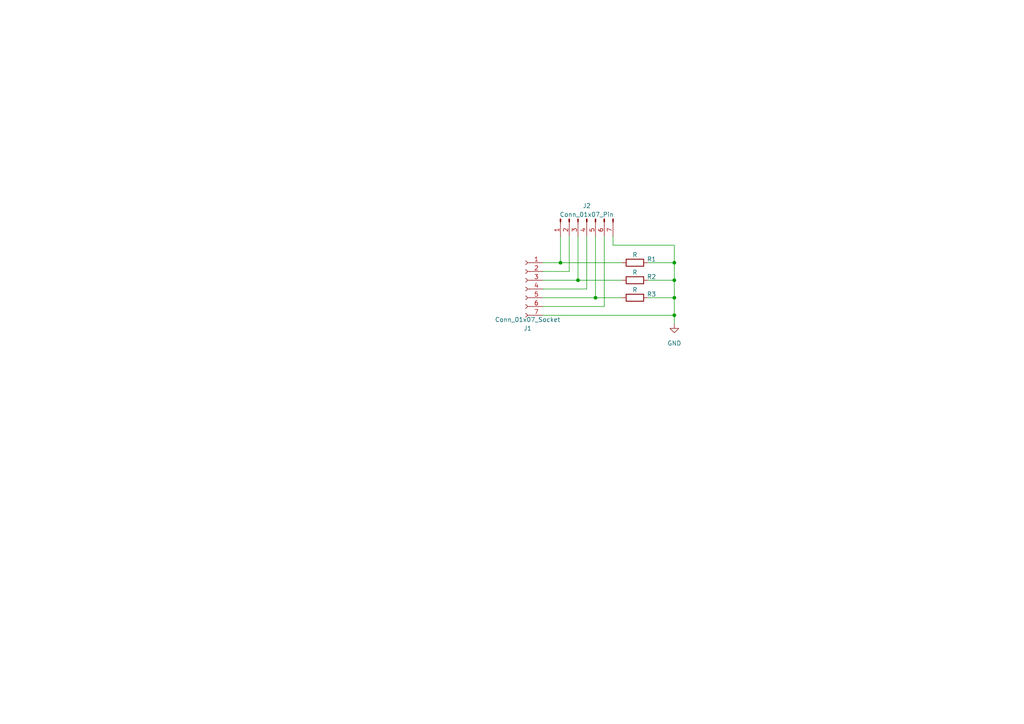
<source format=kicad_sch>
(kicad_sch (version 20231120) (generator "eeschema") (generator_version "8.0")
  (paper "A4")
  (lib_symbols
    (symbol "Connector:Conn_01x07_Pin" (pin_names (offset 1.016) hide)
      (property "Reference" "J" (at 0 10.16 0))
      (property "Value" "Conn_01x07_Pin" (at 0 -10.16 0))
      (symbol "Conn_01x07_Pin_1_1"
        (polyline (pts (xy 1.27 -7.62) (xy 0.8636 -7.62)) (stroke (width 0.1524)))
        (polyline (pts (xy 1.27 -5.08) (xy 0.8636 -5.08)) (stroke (width 0.1524)))
        (polyline (pts (xy 1.27 -2.54) (xy 0.8636 -2.54)) (stroke (width 0.1524)))
        (polyline (pts (xy 1.27 0) (xy 0.8636 0)) (stroke (width 0.1524)))
        (polyline (pts (xy 1.27 2.54) (xy 0.8636 2.54)) (stroke (width 0.1524)))
        (polyline (pts (xy 1.27 5.08) (xy 0.8636 5.08)) (stroke (width 0.1524)))
        (polyline (pts (xy 1.27 7.62) (xy 0.8636 7.62)) (stroke (width 0.1524)))
        (rectangle (start 0.8636 -7.493) (end 0 -7.747) (stroke (width 0.1524)) (fill (type outline)))
        (rectangle (start 0.8636 -4.953) (end 0 -5.207) (stroke (width 0.1524)) (fill (type outline)))
        (rectangle (start 0.8636 -2.413) (end 0 -2.667) (stroke (width 0.1524)) (fill (type outline)))
        (rectangle (start 0.8636 0.127) (end 0 -0.127) (stroke (width 0.1524)) (fill (type outline)))
        (rectangle (start 0.8636 2.667) (end 0 2.413) (stroke (width 0.1524)) (fill (type outline)))
        (rectangle (start 0.8636 5.207) (end 0 4.953) (stroke (width 0.1524)) (fill (type outline)))
        (rectangle (start 0.8636 7.747) (end 0 7.493) (stroke (width 0.1524)) (fill (type outline)))
        (pin passive line (at 5.08 7.62 180) (length 3.81) (name "Pin_1") (number "1"))
        (pin passive line (at 5.08 5.08 180) (length 3.81) (name "Pin_2") (number "2"))
        (pin passive line (at 5.08 2.54 180) (length 3.81) (name "Pin_3") (number "3"))
        (pin passive line (at 5.08 0 180) (length 3.81) (name "Pin_4") (number "4"))
        (pin passive line (at 5.08 -2.54 180) (length 3.81) (name "Pin_5") (number "5"))
        (pin passive line (at 5.08 -5.08 180) (length 3.81) (name "Pin_6") (number "6"))
        (pin passive line (at 5.08 -7.62 180) (length 3.81) (name "Pin_7") (number "7"))
      )
    )
    (symbol "Connector:Conn_01x07_Socket" (pin_names (offset 1.016) hide)
      (property "Reference" "J" (at 0 10.16 0))
      (property "Value" "Conn_01x07_Socket" (at 0 -10.16 0))
      (symbol "Conn_01x07_Socket_1_1"
        (arc (start 0 -7.112) (mid -0.5058 -7.62) (end 0 -8.128) (stroke (width 0.1524)))
        (arc (start 0 -4.572) (mid -0.5058 -5.08) (end 0 -5.588) (stroke (width 0.1524)))
        (arc (start 0 -2.032) (mid -0.5058 -2.54) (end 0 -3.048) (stroke (width 0.1524)))
        (polyline (pts (xy -1.27 -7.62) (xy -0.508 -7.62)) (stroke (width 0.1524)))
        (polyline (pts (xy -1.27 -5.08) (xy -0.508 -5.08)) (stroke (width 0.1524)))
        (polyline (pts (xy -1.27 -2.54) (xy -0.508 -2.54)) (stroke (width 0.1524)))
        (polyline (pts (xy -1.27 0) (xy -0.508 0)) (stroke (width 0.1524)))
        (polyline (pts (xy -1.27 2.54) (xy -0.508 2.54)) (stroke (width 0.1524)))
        (polyline (pts (xy -1.27 5.08) (xy -0.508 5.08)) (stroke (width 0.1524)))
        (polyline (pts (xy -1.27 7.62) (xy -0.508 7.62)) (stroke (width 0.1524)))
        (arc (start 0 0.508) (mid -0.5058 0) (end 0 -0.508) (stroke (width 0.1524)))
        (arc (start 0 3.048) (mid -0.5058 2.54) (end 0 2.032) (stroke (width 0.1524)))
        (arc (start 0 5.588) (mid -0.5058 5.08) (end 0 4.572) (stroke (width 0.1524)))
        (arc (start 0 8.128) (mid -0.5058 7.62) (end 0 7.112) (stroke (width 0.1524)))
        (pin passive line (at -5.08 7.62 0) (length 3.81) (name "Pin_1") (number "1"))
        (pin passive line (at -5.08 5.08 0) (length 3.81) (name "Pin_2") (number "2"))
        (pin passive line (at -5.08 2.54 0) (length 3.81) (name "Pin_3") (number "3"))
        (pin passive line (at -5.08 0 0) (length 3.81) (name "Pin_4") (number "4"))
        (pin passive line (at -5.08 -2.54 0) (length 3.81) (name "Pin_5") (number "5"))
        (pin passive line (at -5.08 -5.08 0) (length 3.81) (name "Pin_6") (number "6"))
        (pin passive line (at -5.08 -7.62 0) (length 3.81) (name "Pin_7") (number "7"))
      )
    )
    (symbol "Device:R" (pin_numbers hide) (pin_names (offset 0))
      (property "Reference" "R" (at 2.032 0 90))
      (property "Value" "R" (at 0 0 90))
      (symbol "R_0_1"
        (rectangle (start -1.016 -2.54) (end 1.016 2.54) (stroke (width 0.254)))
      )
      (symbol "R_1_1"
        (pin passive line (at 0 3.81 270) (length 1.27) (name "~") (number "1"))
        (pin passive line (at 0 -3.81 90) (length 1.27) (name "~") (number "2"))
      )
    )
    (symbol "power:GND" (power) (pin_names (offset 0))
      (property "Value" "GND" (at 0 -3.81 0))
      (symbol "GND_0_1"
        (polyline (pts (xy 0 0) (xy 0 -1.27) (xy 1.27 -1.27) (xy 0 -2.54) (xy -1.27 -1.27) (xy 0 -1.27)))
      )
      (symbol "GND_1_1"
        (pin power_in line (at 0 0 270) (length 0) hide (name "GND") (number "1"))
      )
    )
  )
  (junction (at 195.58 91.44))
  (junction (at 195.58 76.2))
  (junction (at 162.56 76.2))
  (junction (at 195.58 86.36))
  (junction (at 195.58 81.28))
  (junction (at 167.64 81.28))
  (junction (at 172.72 86.36))
  (wire (pts (xy 175.26 68.58) (xy 175.26 88.9)))
  (wire (pts (xy 157.48 86.36) (xy 172.72 86.36)))
  (wire (pts (xy 170.18 83.82) (xy 157.48 83.82)))
  (wire (pts (xy 195.58 81.28) (xy 195.58 76.2)))
  (wire (pts (xy 165.1 78.74) (xy 157.48 78.74)))
  (wire (pts (xy 187.96 81.28) (xy 195.58 81.28)))
  (wire (pts (xy 177.8 68.58) (xy 177.8 71.12)))
  (wire (pts (xy 162.56 68.58) (xy 162.56 76.2)))
  (wire (pts (xy 167.64 81.28) (xy 180.34 81.28)))
  (wire (pts (xy 195.58 86.36) (xy 195.58 81.28)))
  (wire (pts (xy 157.48 81.28) (xy 167.64 81.28)))
  (wire (pts (xy 157.48 91.44) (xy 195.58 91.44)))
  (wire (pts (xy 157.48 76.2) (xy 162.56 76.2)))
  (wire (pts (xy 175.26 88.9) (xy 157.48 88.9)))
  (wire (pts (xy 195.58 76.2) (xy 187.96 76.2)))
  (wire (pts (xy 162.56 76.2) (xy 180.34 76.2)))
  (wire (pts (xy 165.1 68.58) (xy 165.1 78.74)))
  (wire (pts (xy 195.58 86.36) (xy 195.58 91.44)))
  (wire (pts (xy 170.18 68.58) (xy 170.18 83.82)))
  (wire (pts (xy 187.96 86.36) (xy 195.58 86.36)))
  (wire (pts (xy 172.72 86.36) (xy 180.34 86.36)))
  (wire (pts (xy 195.58 91.44) (xy 195.58 93.98)))
  (wire (pts (xy 177.8 71.12) (xy 195.58 71.12)))
  (wire (pts (xy 172.72 68.58) (xy 172.72 86.36)))
  (wire (pts (xy 195.58 71.12) (xy 195.58 76.2)))
  (wire (pts (xy 167.64 68.58) (xy 167.64 81.28)))
  (symbol (lib_id "Device:R") (at 184.15 86.36 90) (unit 1)
    (property "Reference" "R3" (at 188.976 85.344 90))
    (property "Value" "R" (at 184.15 84.074 90))
    (property "Footprint" "stem_piano_footprints:R_0805_2012_1.20x1.40mm_medpad" (effects (hide yes)))
  )
  (symbol (lib_id "Device:R") (at 184.15 81.28 90) (unit 1)
    (property "Reference" "R2" (at 188.976 80.264 90))
    (property "Value" "R" (at 184.15 78.994 90))
    (property "Footprint" "stem_piano_footprints:R_0805_2012_1.20x1.40mm_medpad" (effects (hide yes)))
  )
  (symbol (lib_id "power:GND") (at 195.58 93.98 0) (unit 1)
    (property "Reference" "#PWR01" (effects (hide yes)))
    (property "Value" "GND" (at 195.58 99.568 0))
  )
  (symbol (lib_id "Device:R") (at 184.15 76.2 90) (unit 1)
    (property "Reference" "R1" (at 188.976 75.184 90))
    (property "Value" "R" (at 184.15 73.914 90))
    (property "Footprint" "stem_piano_footprints:R_0805_2012_1.20x1.40mm_medpad" (effects (hide yes)))
  )
  (symbol (lib_id "Connector:Conn_01x07_Socket") (at 152.4 83.82 0) (mirror y) (unit 1)
    (property "Reference" "J1" (at 153.035 95.25 0))
    (property "Value" "Conn_01x07_Socket" (at 153.035 92.71 0))
    (property "Footprint" "Connector_PinHeader_2.54mm:PinHeader_1x07_P2.54mm_Vertical" (effects (hide yes)))
  )
  (symbol (lib_id "Connector:Conn_01x07_Pin") (at 170.18 63.5 90) (mirror x) (unit 1)
    (property "Reference" "J2" (at 170.18 59.69 90))
    (property "Value" "Conn_01x07_Pin" (at 170.18 62.23 90))
    (property "Footprint" "Connector_PinHeader_2.54mm:PinHeader_1x07_P2.54mm_Vertical" (effects (hide yes)))
  )
)
</source>
